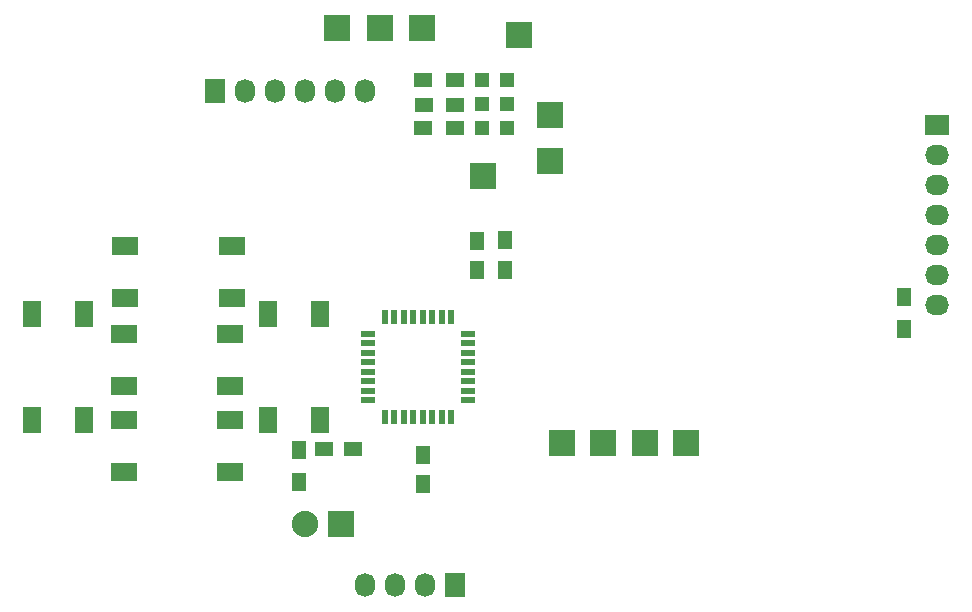
<source format=gts>
G04 #@! TF.FileFunction,Soldermask,Top*
%FSLAX46Y46*%
G04 Gerber Fmt 4.6, Leading zero omitted, Abs format (unit mm)*
G04 Created by KiCad (PCBNEW (2015-04-17 BZR 5609)-product) date Wednesday, 23 September 2015 11:50:23 am*
%MOMM*%
G01*
G04 APERTURE LIST*
%ADD10C,0.100000*%
%ADD11C,2.235200*%
%ADD12R,1.250000X1.500000*%
%ADD13R,1.500000X1.250000*%
%ADD14R,1.198880X1.198880*%
%ADD15R,1.727200X2.032000*%
%ADD16O,1.727200X2.032000*%
%ADD17R,2.235200X2.235200*%
%ADD18R,1.300000X1.500000*%
%ADD19R,1.500000X1.300000*%
%ADD20R,0.600000X1.200000*%
%ADD21R,1.200000X0.600000*%
%ADD22R,2.032000X1.727200*%
%ADD23O,2.032000X1.727200*%
%ADD24R,1.500000X2.200000*%
%ADD25R,2.200000X1.500000*%
G04 APERTURE END LIST*
D10*
D11*
X138226800Y-126187200D03*
D12*
X155181300Y-102166100D03*
X155181300Y-104666100D03*
X148259800Y-120339800D03*
X148259800Y-122839800D03*
X152857200Y-102229600D03*
X152857200Y-104729600D03*
D13*
X142347000Y-119888000D03*
X139847000Y-119888000D03*
D14*
X153255980Y-92710000D03*
X155354020Y-92710000D03*
X153255980Y-90678000D03*
X155354020Y-90678000D03*
X153255980Y-88646000D03*
X155354020Y-88646000D03*
D15*
X130606800Y-89509600D03*
D16*
X133146800Y-89509600D03*
X135686800Y-89509600D03*
X138226800Y-89509600D03*
X140766800Y-89509600D03*
X143306800Y-89509600D03*
D17*
X160020000Y-119329200D03*
X163525200Y-119329200D03*
X167030400Y-119329200D03*
X170535600Y-119329200D03*
X159000000Y-91600000D03*
X156400000Y-84800000D03*
X148200000Y-84200000D03*
X144600000Y-84200000D03*
X141000000Y-84200000D03*
X159004000Y-95504000D03*
D18*
X188976000Y-106981000D03*
X188976000Y-109681000D03*
D19*
X148256000Y-92710000D03*
X150956000Y-92710000D03*
X148294100Y-90754200D03*
X150994100Y-90754200D03*
X148256000Y-88646000D03*
X150956000Y-88646000D03*
D20*
X145028000Y-117153000D03*
X145828000Y-117153000D03*
X146628000Y-117153000D03*
X147428000Y-117153000D03*
X148228000Y-117153000D03*
X149028000Y-117153000D03*
X149828000Y-117153000D03*
X150628000Y-117153000D03*
D21*
X152078000Y-115703000D03*
X152078000Y-114903000D03*
X152078000Y-114103000D03*
X152078000Y-113303000D03*
X152078000Y-112503000D03*
X152078000Y-111703000D03*
X152078000Y-110903000D03*
X152078000Y-110103000D03*
D20*
X150628000Y-108653000D03*
X149828000Y-108653000D03*
X149028000Y-108653000D03*
X148228000Y-108653000D03*
X147428000Y-108653000D03*
X146628000Y-108653000D03*
X145828000Y-108653000D03*
X145028000Y-108653000D03*
D21*
X143578000Y-110103000D03*
X143578000Y-110903000D03*
X143578000Y-111703000D03*
X143578000Y-112503000D03*
X143578000Y-113303000D03*
X143578000Y-114103000D03*
X143578000Y-114903000D03*
X143578000Y-115703000D03*
D15*
X151000000Y-131400000D03*
D16*
X148460000Y-131400000D03*
X145920000Y-131400000D03*
X143380000Y-131400000D03*
D18*
X137769600Y-119960400D03*
X137769600Y-122660400D03*
D17*
X141274800Y-126187200D03*
D22*
X191800000Y-92400000D03*
D23*
X191800000Y-94940000D03*
X191800000Y-97480000D03*
X191800000Y-100020000D03*
X191800000Y-102560000D03*
X191800000Y-105100000D03*
X191800000Y-107640000D03*
D17*
X153314400Y-96774000D03*
D24*
X119548000Y-117428400D03*
X115148000Y-117428400D03*
X115148000Y-108428400D03*
X119548000Y-108428400D03*
D25*
X122906400Y-114518800D03*
X122906400Y-110118800D03*
X131906400Y-110118800D03*
X131906400Y-114518800D03*
X122906400Y-121834000D03*
X122906400Y-117434000D03*
X131906400Y-117434000D03*
X131906400Y-121834000D03*
X123058800Y-107051200D03*
X123058800Y-102651200D03*
X132058800Y-102651200D03*
X132058800Y-107051200D03*
D24*
X139512400Y-117428400D03*
X135112400Y-117428400D03*
X135112400Y-108428400D03*
X139512400Y-108428400D03*
M02*

</source>
